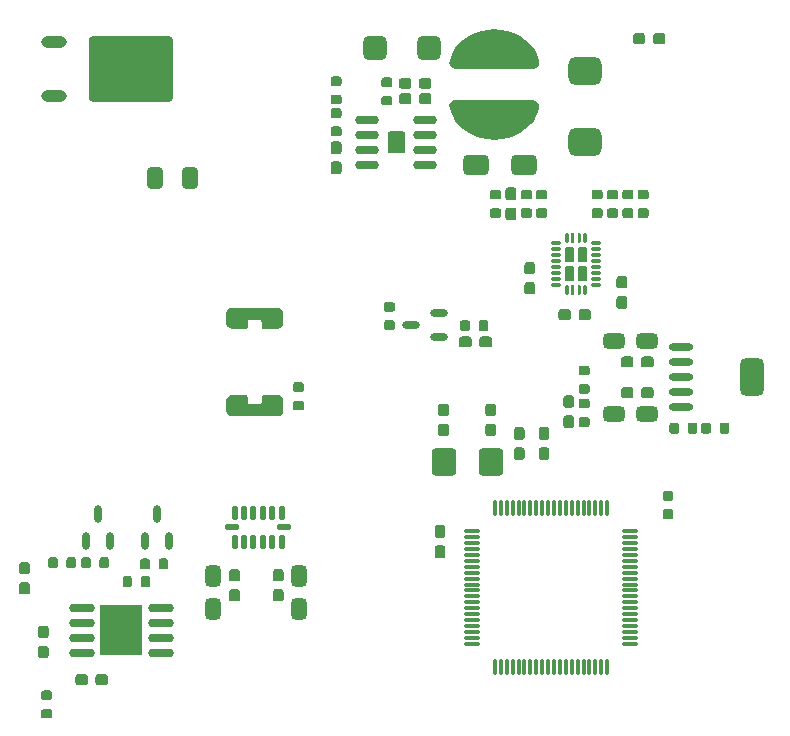
<source format=gtp>
%FSLAX24Y24*%
%MOIN*%
G70*
G01*
G75*
G04 Layer_Color=8421504*
%ADD10C,0.0098*%
%ADD11C,0.0079*%
%ADD12C,0.0472*%
G04:AMPARAMS|DCode=13|XSize=189mil|YSize=70.9mil|CornerRadius=17.7mil|HoleSize=0mil|Usage=FLASHONLY|Rotation=180.000|XOffset=0mil|YOffset=0mil|HoleType=Round|Shape=RoundedRectangle|*
%AMROUNDEDRECTD13*
21,1,0.1890,0.0354,0,0,180.0*
21,1,0.1535,0.0709,0,0,180.0*
1,1,0.0354,-0.0768,0.0177*
1,1,0.0354,0.0768,0.0177*
1,1,0.0354,0.0768,-0.0177*
1,1,0.0354,-0.0768,-0.0177*
%
%ADD13ROUNDEDRECTD13*%
G04:AMPARAMS|DCode=14|XSize=41mil|YSize=36mil|CornerRadius=1.8mil|HoleSize=0mil|Usage=FLASHONLY|Rotation=180.000|XOffset=0mil|YOffset=0mil|HoleType=Round|Shape=RoundedRectangle|*
%AMROUNDEDRECTD14*
21,1,0.0410,0.0324,0,0,180.0*
21,1,0.0374,0.0360,0,0,180.0*
1,1,0.0036,-0.0187,0.0162*
1,1,0.0036,0.0187,0.0162*
1,1,0.0036,0.0187,-0.0162*
1,1,0.0036,-0.0187,-0.0162*
%
%ADD14ROUNDEDRECTD14*%
%ADD15O,0.0281X0.0591*%
%ADD16R,0.0906X0.1220*%
%ADD17O,0.0787X0.0295*%
G04:AMPARAMS|DCode=18|XSize=28mil|YSize=35.8mil|CornerRadius=2.8mil|HoleSize=0mil|Usage=FLASHONLY|Rotation=0.000|XOffset=0mil|YOffset=0mil|HoleType=Round|Shape=RoundedRectangle|*
%AMROUNDEDRECTD18*
21,1,0.0280,0.0302,0,0,0.0*
21,1,0.0224,0.0358,0,0,0.0*
1,1,0.0056,0.0112,-0.0151*
1,1,0.0056,-0.0112,-0.0151*
1,1,0.0056,-0.0112,0.0151*
1,1,0.0056,0.0112,0.0151*
%
%ADD18ROUNDEDRECTD18*%
G04:AMPARAMS|DCode=19|XSize=41mil|YSize=36mil|CornerRadius=1.8mil|HoleSize=0mil|Usage=FLASHONLY|Rotation=270.000|XOffset=0mil|YOffset=0mil|HoleType=Round|Shape=RoundedRectangle|*
%AMROUNDEDRECTD19*
21,1,0.0410,0.0324,0,0,270.0*
21,1,0.0374,0.0360,0,0,270.0*
1,1,0.0036,-0.0162,-0.0187*
1,1,0.0036,-0.0162,0.0187*
1,1,0.0036,0.0162,0.0187*
1,1,0.0036,0.0162,-0.0187*
%
%ADD19ROUNDEDRECTD19*%
G04:AMPARAMS|DCode=20|XSize=70.9mil|YSize=51.2mil|CornerRadius=12.8mil|HoleSize=0mil|Usage=FLASHONLY|Rotation=270.000|XOffset=0mil|YOffset=0mil|HoleType=Round|Shape=RoundedRectangle|*
%AMROUNDEDRECTD20*
21,1,0.0709,0.0256,0,0,270.0*
21,1,0.0453,0.0512,0,0,270.0*
1,1,0.0256,-0.0128,-0.0226*
1,1,0.0256,-0.0128,0.0226*
1,1,0.0256,0.0128,0.0226*
1,1,0.0256,0.0128,-0.0226*
%
%ADD20ROUNDEDRECTD20*%
G04:AMPARAMS|DCode=21|XSize=55.1mil|YSize=70.9mil|CornerRadius=13.8mil|HoleSize=0mil|Usage=FLASHONLY|Rotation=0.000|XOffset=0mil|YOffset=0mil|HoleType=Round|Shape=RoundedRectangle|*
%AMROUNDEDRECTD21*
21,1,0.0551,0.0433,0,0,0.0*
21,1,0.0276,0.0709,0,0,0.0*
1,1,0.0276,0.0138,-0.0217*
1,1,0.0276,-0.0138,-0.0217*
1,1,0.0276,-0.0138,0.0217*
1,1,0.0276,0.0138,0.0217*
%
%ADD21ROUNDEDRECTD21*%
G04:AMPARAMS|DCode=22|XSize=70.9mil|YSize=51.2mil|CornerRadius=12.8mil|HoleSize=0mil|Usage=FLASHONLY|Rotation=180.000|XOffset=0mil|YOffset=0mil|HoleType=Round|Shape=RoundedRectangle|*
%AMROUNDEDRECTD22*
21,1,0.0709,0.0256,0,0,180.0*
21,1,0.0453,0.0512,0,0,180.0*
1,1,0.0256,-0.0226,0.0128*
1,1,0.0256,0.0226,0.0128*
1,1,0.0256,0.0226,-0.0128*
1,1,0.0256,-0.0226,-0.0128*
%
%ADD22ROUNDEDRECTD22*%
G04:AMPARAMS|DCode=23|XSize=94.5mil|YSize=110.2mil|CornerRadius=23.6mil|HoleSize=0mil|Usage=FLASHONLY|Rotation=270.000|XOffset=0mil|YOffset=0mil|HoleType=Round|Shape=RoundedRectangle|*
%AMROUNDEDRECTD23*
21,1,0.0945,0.0630,0,0,270.0*
21,1,0.0472,0.1102,0,0,270.0*
1,1,0.0472,-0.0315,-0.0236*
1,1,0.0472,-0.0315,0.0236*
1,1,0.0472,0.0315,0.0236*
1,1,0.0472,0.0315,-0.0236*
%
%ADD23ROUNDEDRECTD23*%
%ADD24O,0.0217X0.0492*%
%ADD25O,0.0492X0.0217*%
G04:AMPARAMS|DCode=26|XSize=126mil|YSize=80.7mil|CornerRadius=20.2mil|HoleSize=0mil|Usage=FLASHONLY|Rotation=90.000|XOffset=0mil|YOffset=0mil|HoleType=Round|Shape=RoundedRectangle|*
%AMROUNDEDRECTD26*
21,1,0.1260,0.0404,0,0,90.0*
21,1,0.0856,0.0807,0,0,90.0*
1,1,0.0404,0.0202,0.0428*
1,1,0.0404,0.0202,-0.0428*
1,1,0.0404,-0.0202,-0.0428*
1,1,0.0404,-0.0202,0.0428*
%
%ADD26ROUNDEDRECTD26*%
%ADD27O,0.0807X0.0256*%
%ADD28O,0.0335X0.0118*%
%ADD29O,0.0118X0.0335*%
%ADD30R,0.0394X0.0787*%
%ADD31O,0.0118X0.0591*%
%ADD32O,0.0591X0.0118*%
%ADD33R,0.0394X0.0394*%
G04:AMPARAMS|DCode=34|XSize=90.6mil|YSize=82.7mil|CornerRadius=12.4mil|HoleSize=0mil|Usage=FLASHONLY|Rotation=270.000|XOffset=0mil|YOffset=0mil|HoleType=Round|Shape=RoundedRectangle|*
%AMROUNDEDRECTD34*
21,1,0.0906,0.0579,0,0,270.0*
21,1,0.0657,0.0827,0,0,270.0*
1,1,0.0248,-0.0289,-0.0329*
1,1,0.0248,-0.0289,0.0329*
1,1,0.0248,0.0289,0.0329*
1,1,0.0248,0.0289,-0.0329*
%
%ADD34ROUNDEDRECTD34*%
G04:AMPARAMS|DCode=35|XSize=28mil|YSize=35.8mil|CornerRadius=2.8mil|HoleSize=0mil|Usage=FLASHONLY|Rotation=90.000|XOffset=0mil|YOffset=0mil|HoleType=Round|Shape=RoundedRectangle|*
%AMROUNDEDRECTD35*
21,1,0.0280,0.0302,0,0,90.0*
21,1,0.0224,0.0358,0,0,90.0*
1,1,0.0056,0.0151,0.0112*
1,1,0.0056,0.0151,-0.0112*
1,1,0.0056,-0.0151,-0.0112*
1,1,0.0056,-0.0151,0.0112*
%
%ADD35ROUNDEDRECTD35*%
%ADD36O,0.0591X0.0281*%
G04:AMPARAMS|DCode=37|XSize=86.6mil|YSize=68.9mil|CornerRadius=17.2mil|HoleSize=0mil|Usage=FLASHONLY|Rotation=180.000|XOffset=0mil|YOffset=0mil|HoleType=Round|Shape=RoundedRectangle|*
%AMROUNDEDRECTD37*
21,1,0.0866,0.0344,0,0,180.0*
21,1,0.0522,0.0689,0,0,180.0*
1,1,0.0344,-0.0261,0.0172*
1,1,0.0344,0.0261,0.0172*
1,1,0.0344,0.0261,-0.0172*
1,1,0.0344,-0.0261,-0.0172*
%
%ADD37ROUNDEDRECTD37*%
G04:AMPARAMS|DCode=38|XSize=82.7mil|YSize=78.7mil|CornerRadius=19.7mil|HoleSize=0mil|Usage=FLASHONLY|Rotation=90.000|XOffset=0mil|YOffset=0mil|HoleType=Round|Shape=RoundedRectangle|*
%AMROUNDEDRECTD38*
21,1,0.0827,0.0394,0,0,90.0*
21,1,0.0433,0.0787,0,0,90.0*
1,1,0.0394,0.0197,0.0217*
1,1,0.0394,0.0197,-0.0217*
1,1,0.0394,-0.0197,-0.0217*
1,1,0.0394,-0.0197,0.0217*
%
%ADD38ROUNDEDRECTD38*%
%ADD39O,0.0846X0.0394*%
G04:AMPARAMS|DCode=40|XSize=279.5mil|YSize=218.5mil|CornerRadius=10.9mil|HoleSize=0mil|Usage=FLASHONLY|Rotation=0.000|XOffset=0mil|YOffset=0mil|HoleType=Round|Shape=RoundedRectangle|*
%AMROUNDEDRECTD40*
21,1,0.2795,0.1967,0,0,0.0*
21,1,0.2577,0.2185,0,0,0.0*
1,1,0.0219,0.1288,-0.0983*
1,1,0.0219,-0.1288,-0.0983*
1,1,0.0219,-0.1288,0.0983*
1,1,0.0219,0.1288,0.0983*
%
%ADD40ROUNDEDRECTD40*%
%ADD41R,0.1417X0.1693*%
%ADD42O,0.0866X0.0295*%
%ADD43C,0.0157*%
%ADD44C,0.0197*%
%ADD45C,0.0118*%
%ADD46C,0.0394*%
%ADD47C,0.0315*%
%ADD48C,0.0276*%
%ADD49C,0.0709*%
%ADD50R,0.0709X0.0709*%
%ADD51C,0.1575*%
%ADD52C,0.3150*%
%ADD53C,0.0600*%
%ADD54R,0.0600X0.0600*%
%ADD55C,0.0630*%
%ADD56C,0.0827*%
%ADD57R,0.0827X0.0827*%
%ADD58R,0.0600X0.0600*%
%ADD59R,0.0709X0.0709*%
%ADD60C,0.0315*%
%ADD61C,0.0394*%
%ADD62C,0.0236*%
%ADD63C,0.0400*%
%ADD64C,0.0872*%
G04:AMPARAMS|DCode=65|XSize=78.74mil|YSize=78.74mil|CornerRadius=0mil|HoleSize=0mil|Usage=FLASHONLY|Rotation=0.000|XOffset=0mil|YOffset=0mil|HoleType=Round|Shape=Relief|Width=10mil|Gap=7.9mil|Entries=4|*
%AMTHD65*
7,0,0,0.0787,0.0630,0.0100,45*
%
%ADD65THD65*%
%ADD66C,0.1975*%
%ADD67C,0.2959*%
G04:AMPARAMS|DCode=68|XSize=69.496mil|YSize=69.496mil|CornerRadius=0mil|HoleSize=0mil|Usage=FLASHONLY|Rotation=0.000|XOffset=0mil|YOffset=0mil|HoleType=Round|Shape=Relief|Width=10mil|Gap=7.9mil|Entries=4|*
%AMTHD68*
7,0,0,0.0695,0.0537,0.0100,45*
%
%ADD68THD68*%
%ADD69C,0.0780*%
%ADD70C,0.0794*%
G04:AMPARAMS|DCode=71|XSize=86.614mil|YSize=86.614mil|CornerRadius=0mil|HoleSize=0mil|Usage=FLASHONLY|Rotation=0.000|XOffset=0mil|YOffset=0mil|HoleType=Round|Shape=Relief|Width=10mil|Gap=7.9mil|Entries=4|*
%AMTHD71*
7,0,0,0.0866,0.0709,0.0100,45*
%
%ADD71THD71*%
%ADD72C,0.0951*%
%ADD73C,0.0636*%
G04:AMPARAMS|DCode=74|XSize=47.244mil|YSize=47.244mil|CornerRadius=0mil|HoleSize=0mil|Usage=FLASHONLY|Rotation=0.000|XOffset=0mil|YOffset=0mil|HoleType=Round|Shape=Relief|Width=10mil|Gap=7.9mil|Entries=4|*
%AMTHD74*
7,0,0,0.0472,0.0315,0.0100,45*
%
%ADD74THD74*%
%ADD75C,0.0557*%
%ADD76C,0.0597*%
%ADD77C,0.0518*%
G04:AMPARAMS|DCode=78|XSize=43.307mil|YSize=43.307mil|CornerRadius=0mil|HoleSize=0mil|Usage=FLASHONLY|Rotation=0.000|XOffset=0mil|YOffset=0mil|HoleType=Round|Shape=Relief|Width=10mil|Gap=7.9mil|Entries=4|*
%AMTHD78*
7,0,0,0.0433,0.0276,0.0100,45*
%
%ADD78THD78*%
G04:AMPARAMS|DCode=79|XSize=51.181mil|YSize=51.181mil|CornerRadius=0mil|HoleSize=0mil|Usage=FLASHONLY|Rotation=0.000|XOffset=0mil|YOffset=0mil|HoleType=Round|Shape=Relief|Width=10mil|Gap=7.9mil|Entries=4|*
%AMTHD79*
7,0,0,0.0512,0.0354,0.0100,45*
%
%ADD79THD79*%
G04:AMPARAMS|DCode=80|XSize=78.7mil|YSize=86.6mil|CornerRadius=19.7mil|HoleSize=0mil|Usage=FLASHONLY|Rotation=0.000|XOffset=0mil|YOffset=0mil|HoleType=Round|Shape=RoundedRectangle|*
%AMROUNDEDRECTD80*
21,1,0.0787,0.0472,0,0,0.0*
21,1,0.0394,0.0866,0,0,0.0*
1,1,0.0394,0.0197,-0.0236*
1,1,0.0394,-0.0197,-0.0236*
1,1,0.0394,-0.0197,0.0236*
1,1,0.0394,0.0197,0.0236*
%
%ADD80ROUNDEDRECTD80*%
G04:AMPARAMS|DCode=81|XSize=47.2mil|YSize=74.8mil|CornerRadius=11.8mil|HoleSize=0mil|Usage=FLASHONLY|Rotation=270.000|XOffset=0mil|YOffset=0mil|HoleType=Round|Shape=RoundedRectangle|*
%AMROUNDEDRECTD81*
21,1,0.0472,0.0512,0,0,270.0*
21,1,0.0236,0.0748,0,0,270.0*
1,1,0.0236,-0.0256,-0.0118*
1,1,0.0236,-0.0256,0.0118*
1,1,0.0236,0.0256,0.0118*
1,1,0.0236,0.0256,-0.0118*
%
%ADD81ROUNDEDRECTD81*%
G04:AMPARAMS|DCode=82|XSize=47.2mil|YSize=74.8mil|CornerRadius=11.8mil|HoleSize=0mil|Usage=FLASHONLY|Rotation=180.000|XOffset=0mil|YOffset=0mil|HoleType=Round|Shape=RoundedRectangle|*
%AMROUNDEDRECTD82*
21,1,0.0472,0.0512,0,0,180.0*
21,1,0.0236,0.0748,0,0,180.0*
1,1,0.0236,-0.0118,0.0256*
1,1,0.0236,0.0118,0.0256*
1,1,0.0236,0.0118,-0.0256*
1,1,0.0236,-0.0118,-0.0256*
%
%ADD82ROUNDEDRECTD82*%
G04:AMPARAMS|DCode=83|XSize=86.6mil|YSize=68.9mil|CornerRadius=17.2mil|HoleSize=0mil|Usage=FLASHONLY|Rotation=90.000|XOffset=0mil|YOffset=0mil|HoleType=Round|Shape=RoundedRectangle|*
%AMROUNDEDRECTD83*
21,1,0.0866,0.0344,0,0,90.0*
21,1,0.0522,0.0689,0,0,90.0*
1,1,0.0344,0.0172,0.0261*
1,1,0.0344,0.0172,-0.0261*
1,1,0.0344,-0.0172,-0.0261*
1,1,0.0344,-0.0172,0.0261*
%
%ADD83ROUNDEDRECTD83*%
G04:AMPARAMS|DCode=84|XSize=51.2mil|YSize=72mil|CornerRadius=2.6mil|HoleSize=0mil|Usage=FLASHONLY|Rotation=90.000|XOffset=0mil|YOffset=0mil|HoleType=Round|Shape=RoundedRectangle|*
%AMROUNDEDRECTD84*
21,1,0.0512,0.0669,0,0,90.0*
21,1,0.0461,0.0720,0,0,90.0*
1,1,0.0051,0.0335,0.0230*
1,1,0.0051,0.0335,-0.0230*
1,1,0.0051,-0.0335,-0.0230*
1,1,0.0051,-0.0335,0.0230*
%
%ADD84ROUNDEDRECTD84*%
%ADD85O,0.0295X0.0800*%
G04:AMPARAMS|DCode=86|XSize=110.2mil|YSize=47.2mil|CornerRadius=11.8mil|HoleSize=0mil|Usage=FLASHONLY|Rotation=270.000|XOffset=0mil|YOffset=0mil|HoleType=Round|Shape=RoundedRectangle|*
%AMROUNDEDRECTD86*
21,1,0.1102,0.0236,0,0,270.0*
21,1,0.0866,0.0472,0,0,270.0*
1,1,0.0236,-0.0118,-0.0433*
1,1,0.0236,-0.0118,0.0433*
1,1,0.0236,0.0118,0.0433*
1,1,0.0236,0.0118,-0.0433*
%
%ADD86ROUNDEDRECTD86*%
%ADD87C,0.0070*%
%ADD88C,0.0100*%
%ADD89C,0.0236*%
%ADD90C,0.0071*%
%ADD91C,0.0067*%
%ADD92C,0.0050*%
G36*
X32212Y22030D02*
X32241Y22010D01*
X32261Y21980D01*
X32268Y21945D01*
Y21715D01*
X32261Y21680D01*
X32241Y21650D01*
X32212Y21631D01*
X32177Y21624D01*
X31997D01*
X31962Y21631D01*
X31932Y21650D01*
X31912Y21680D01*
X31905Y21715D01*
Y21945D01*
X31912Y21980D01*
X31932Y22010D01*
X31962Y22030D01*
X31997Y22037D01*
X32177D01*
X32212Y22030D01*
D02*
G37*
G36*
X37385Y21790D02*
X37411Y21772D01*
X37429Y21745D01*
X37435Y21714D01*
Y21514D01*
X37429Y21483D01*
X37411Y21456D01*
X37385Y21439D01*
X37353Y21433D01*
X37194D01*
X37162Y21439D01*
X37136Y21456D01*
X37118Y21483D01*
X37112Y21514D01*
Y21714D01*
X37118Y21745D01*
X37136Y21772D01*
X37162Y21790D01*
X37194Y21796D01*
X37353D01*
X37385Y21790D01*
D02*
G37*
G36*
X36775D02*
X36801Y21772D01*
X36819Y21745D01*
X36825Y21714D01*
Y21514D01*
X36819Y21483D01*
X36801Y21456D01*
X36775Y21439D01*
X36744Y21433D01*
X36583D01*
X36552Y21439D01*
X36526Y21456D01*
X36508Y21483D01*
X36502Y21514D01*
Y21714D01*
X36508Y21745D01*
X36526Y21772D01*
X36552Y21790D01*
X36583Y21796D01*
X36744D01*
X36775Y21790D01*
D02*
G37*
G36*
X29613Y22425D02*
X29643Y22405D01*
X29663Y22375D01*
X29670Y22340D01*
Y22110D01*
X29663Y22075D01*
X29643Y22045D01*
X29613Y22025D01*
X29578Y22018D01*
X29398D01*
X29363Y22025D01*
X29333Y22045D01*
X29313Y22075D01*
X29306Y22110D01*
Y22340D01*
X29313Y22375D01*
X29333Y22405D01*
X29363Y22425D01*
X29398Y22432D01*
X29578D01*
X29613Y22425D01*
D02*
G37*
G36*
X28038D02*
X28068Y22405D01*
X28088Y22375D01*
X28095Y22340D01*
Y22110D01*
X28088Y22075D01*
X28068Y22045D01*
X28038Y22025D01*
X28003Y22018D01*
X27823D01*
X27788Y22025D01*
X27759Y22045D01*
X27739Y22075D01*
X27732Y22110D01*
Y22340D01*
X27739Y22375D01*
X27759Y22405D01*
X27788Y22425D01*
X27823Y22432D01*
X28003D01*
X28038Y22425D01*
D02*
G37*
G36*
X32730Y21976D02*
X32756Y21959D01*
X32774Y21932D01*
X32780Y21901D01*
Y21741D01*
X32774Y21710D01*
X32756Y21683D01*
X32730Y21666D01*
X32698Y21659D01*
X32498D01*
X32467Y21666D01*
X32441Y21683D01*
X32423Y21710D01*
X32417Y21741D01*
Y21901D01*
X32423Y21932D01*
X32441Y21959D01*
X32467Y21976D01*
X32498Y21983D01*
X32698D01*
X32730Y21976D01*
D02*
G37*
G36*
X28038Y21755D02*
X28068Y21735D01*
X28088Y21705D01*
X28095Y21670D01*
Y21440D01*
X28088Y21405D01*
X28068Y21375D01*
X28038Y21355D01*
X28003Y21348D01*
X27823D01*
X27788Y21355D01*
X27759Y21375D01*
X27739Y21405D01*
X27732Y21440D01*
Y21670D01*
X27739Y21705D01*
X27759Y21735D01*
X27788Y21755D01*
X27823Y21762D01*
X28003D01*
X28038Y21755D01*
D02*
G37*
G36*
X31385Y21637D02*
X31415Y21617D01*
X31435Y21587D01*
X31442Y21552D01*
Y21322D01*
X31435Y21287D01*
X31415Y21257D01*
X31385Y21238D01*
X31350Y21231D01*
X31170D01*
X31135Y21238D01*
X31105Y21257D01*
X31085Y21287D01*
X31078Y21322D01*
Y21552D01*
X31085Y21587D01*
X31105Y21617D01*
X31135Y21637D01*
X31170Y21644D01*
X31350D01*
X31385Y21637D01*
D02*
G37*
G36*
X30558D02*
X30588Y21617D01*
X30608Y21587D01*
X30615Y21552D01*
Y21322D01*
X30608Y21287D01*
X30588Y21257D01*
X30558Y21238D01*
X30523Y21231D01*
X30343D01*
X30308Y21238D01*
X30278Y21257D01*
X30258Y21287D01*
X30251Y21322D01*
Y21552D01*
X30258Y21587D01*
X30278Y21617D01*
X30308Y21637D01*
X30343Y21644D01*
X30523D01*
X30558Y21637D01*
D02*
G37*
G36*
X36322Y21790D02*
X36348Y21772D01*
X36366Y21745D01*
X36372Y21714D01*
Y21514D01*
X36366Y21483D01*
X36348Y21456D01*
X36322Y21439D01*
X36291Y21433D01*
X36131D01*
X36099Y21439D01*
X36073Y21456D01*
X36055Y21483D01*
X36049Y21514D01*
Y21714D01*
X36055Y21745D01*
X36073Y21772D01*
X36099Y21790D01*
X36131Y21796D01*
X36291D01*
X36322Y21790D01*
D02*
G37*
G36*
X35712D02*
X35738Y21772D01*
X35756Y21745D01*
X35762Y21714D01*
Y21514D01*
X35756Y21483D01*
X35738Y21456D01*
X35712Y21439D01*
X35681Y21433D01*
X35521D01*
X35489Y21439D01*
X35463Y21456D01*
X35445Y21483D01*
X35439Y21514D01*
Y21714D01*
X35445Y21745D01*
X35463Y21772D01*
X35489Y21790D01*
X35521Y21796D01*
X35681D01*
X35712Y21790D01*
D02*
G37*
G36*
X29613Y21755D02*
X29643Y21735D01*
X29663Y21705D01*
X29670Y21670D01*
Y21440D01*
X29663Y21405D01*
X29643Y21375D01*
X29613Y21355D01*
X29578Y21348D01*
X29398D01*
X29363Y21355D01*
X29333Y21375D01*
X29313Y21405D01*
X29306Y21440D01*
Y21670D01*
X29313Y21705D01*
X29333Y21735D01*
X29363Y21755D01*
X29398Y21762D01*
X29578D01*
X29613Y21755D01*
D02*
G37*
G36*
X23202Y22528D02*
X23229Y22510D01*
X23246Y22483D01*
X23252Y22452D01*
Y22292D01*
X23246Y22261D01*
X23229Y22234D01*
X23202Y22217D01*
X23171Y22211D01*
X22971D01*
X22940Y22217D01*
X22913Y22234D01*
X22896Y22261D01*
X22889Y22292D01*
Y22452D01*
X22896Y22483D01*
X22913Y22510D01*
X22940Y22528D01*
X22971Y22534D01*
X23171D01*
X23202Y22528D01*
D02*
G37*
G36*
X34185Y23994D02*
X34215Y23974D01*
X34235Y23944D01*
X34242Y23909D01*
Y23729D01*
X34235Y23694D01*
X34215Y23664D01*
X34185Y23644D01*
X34150Y23637D01*
X33920D01*
X33885Y23644D01*
X33855Y23664D01*
X33835Y23694D01*
X33828Y23729D01*
Y23909D01*
X33835Y23944D01*
X33855Y23974D01*
X33885Y23994D01*
X33920Y24001D01*
X34150D01*
X34185Y23994D01*
D02*
G37*
G36*
X32730Y23689D02*
X32756Y23671D01*
X32774Y23645D01*
X32780Y23613D01*
Y23453D01*
X32774Y23422D01*
X32756Y23396D01*
X32730Y23378D01*
X32698Y23372D01*
X32498D01*
X32467Y23378D01*
X32441Y23396D01*
X32423Y23422D01*
X32417Y23453D01*
Y23613D01*
X32423Y23645D01*
X32441Y23671D01*
X32467Y23689D01*
X32498Y23695D01*
X32698D01*
X32730Y23689D01*
D02*
G37*
G36*
X23202Y23138D02*
X23229Y23120D01*
X23246Y23093D01*
X23252Y23062D01*
Y22902D01*
X23246Y22871D01*
X23229Y22844D01*
X23202Y22827D01*
X23171Y22821D01*
X22971D01*
X22940Y22827D01*
X22913Y22844D01*
X22896Y22871D01*
X22889Y22902D01*
Y23062D01*
X22896Y23093D01*
X22913Y23120D01*
X22940Y23138D01*
X22971Y23144D01*
X23171D01*
X23202Y23138D01*
D02*
G37*
G36*
X29461Y24663D02*
X29491Y24643D01*
X29511Y24613D01*
X29518Y24578D01*
Y24398D01*
X29511Y24363D01*
X29491Y24333D01*
X29461Y24313D01*
X29426Y24306D01*
X29196D01*
X29161Y24313D01*
X29131Y24333D01*
X29112Y24363D01*
X29105Y24398D01*
Y24578D01*
X29112Y24613D01*
X29131Y24643D01*
X29161Y24663D01*
X29196Y24670D01*
X29426D01*
X29461Y24663D01*
D02*
G37*
G36*
X28791D02*
X28821Y24643D01*
X28841Y24613D01*
X28848Y24578D01*
Y24398D01*
X28841Y24363D01*
X28821Y24333D01*
X28791Y24313D01*
X28756Y24306D01*
X28526D01*
X28491Y24313D01*
X28461Y24333D01*
X28442Y24363D01*
X28435Y24398D01*
Y24578D01*
X28442Y24613D01*
X28461Y24643D01*
X28491Y24663D01*
X28526Y24670D01*
X28756D01*
X28791Y24663D01*
D02*
G37*
G36*
X34855Y23994D02*
X34885Y23974D01*
X34905Y23944D01*
X34912Y23909D01*
Y23729D01*
X34905Y23694D01*
X34885Y23664D01*
X34855Y23644D01*
X34820Y23637D01*
X34590D01*
X34555Y23644D01*
X34525Y23664D01*
X34505Y23694D01*
X34498Y23729D01*
Y23909D01*
X34505Y23944D01*
X34525Y23974D01*
X34555Y23994D01*
X34590Y24001D01*
X34820D01*
X34855Y23994D01*
D02*
G37*
G36*
X22450Y22703D02*
X22507Y22665D01*
X22546Y22607D01*
X22559Y22539D01*
Y22185D01*
X22546Y22117D01*
X22507Y22060D01*
X22450Y22021D01*
X22382Y22008D01*
X20846D01*
X20779Y22021D01*
X20721Y22060D01*
X20683Y22117D01*
X20669Y22185D01*
Y22539D01*
X20683Y22607D01*
X20721Y22665D01*
X20779Y22703D01*
X20846Y22717D01*
X21319D01*
X21348Y22709D01*
X21370Y22687D01*
X21378Y22657D01*
Y22480D01*
X21386Y22451D01*
X21407Y22429D01*
X21437Y22421D01*
X21791D01*
X21821Y22429D01*
X21842Y22451D01*
X21850Y22480D01*
Y22657D01*
X21858Y22687D01*
X21880Y22709D01*
X21909Y22717D01*
X22382D01*
X22450Y22703D01*
D02*
G37*
G36*
X32212Y22700D02*
X32241Y22680D01*
X32261Y22650D01*
X32268Y22615D01*
Y22385D01*
X32261Y22350D01*
X32241Y22320D01*
X32212Y22301D01*
X32177Y22294D01*
X31997D01*
X31962Y22301D01*
X31932Y22320D01*
X31912Y22350D01*
X31905Y22385D01*
Y22615D01*
X31912Y22650D01*
X31932Y22680D01*
X31962Y22700D01*
X31997Y22707D01*
X32177D01*
X32212Y22700D01*
D02*
G37*
G36*
X32730Y22586D02*
X32756Y22569D01*
X32774Y22542D01*
X32780Y22511D01*
Y22351D01*
X32774Y22320D01*
X32756Y22293D01*
X32730Y22276D01*
X32698Y22269D01*
X32498D01*
X32467Y22276D01*
X32441Y22293D01*
X32423Y22320D01*
X32417Y22351D01*
Y22511D01*
X32423Y22542D01*
X32441Y22569D01*
X32467Y22586D01*
X32498Y22593D01*
X32698D01*
X32730Y22586D01*
D02*
G37*
G36*
X32730Y23079D02*
X32756Y23061D01*
X32774Y23035D01*
X32780Y23003D01*
Y22843D01*
X32774Y22812D01*
X32756Y22786D01*
X32730Y22768D01*
X32698Y22762D01*
X32498D01*
X32467Y22768D01*
X32441Y22786D01*
X32423Y22812D01*
X32417Y22843D01*
Y23003D01*
X32423Y23035D01*
X32441Y23061D01*
X32467Y23079D01*
X32498Y23085D01*
X32698D01*
X32730Y23079D01*
D02*
G37*
G36*
X34855Y22970D02*
X34885Y22950D01*
X34905Y22920D01*
X34912Y22885D01*
Y22705D01*
X34905Y22670D01*
X34885Y22640D01*
X34855Y22620D01*
X34820Y22614D01*
X34590D01*
X34555Y22620D01*
X34525Y22640D01*
X34505Y22670D01*
X34498Y22705D01*
Y22885D01*
X34505Y22920D01*
X34525Y22950D01*
X34555Y22970D01*
X34590Y22977D01*
X34820D01*
X34855Y22970D01*
D02*
G37*
G36*
X34185D02*
X34215Y22950D01*
X34235Y22920D01*
X34242Y22885D01*
Y22705D01*
X34235Y22670D01*
X34215Y22640D01*
X34185Y22620D01*
X34150Y22614D01*
X33920D01*
X33885Y22620D01*
X33855Y22640D01*
X33835Y22670D01*
X33828Y22705D01*
Y22885D01*
X33835Y22920D01*
X33855Y22950D01*
X33885Y22970D01*
X33920Y22977D01*
X34150D01*
X34185Y22970D01*
D02*
G37*
G36*
X31385Y20967D02*
X31415Y20947D01*
X31435Y20917D01*
X31442Y20882D01*
Y20652D01*
X31435Y20617D01*
X31415Y20587D01*
X31385Y20568D01*
X31350Y20561D01*
X31170D01*
X31135Y20568D01*
X31105Y20587D01*
X31085Y20617D01*
X31078Y20652D01*
Y20882D01*
X31085Y20917D01*
X31105Y20947D01*
X31135Y20967D01*
X31170Y20974D01*
X31350D01*
X31385Y20967D01*
D02*
G37*
G36*
X14062Y16479D02*
X14092Y16459D01*
X14112Y16429D01*
X14119Y16394D01*
Y16164D01*
X14112Y16129D01*
X14092Y16099D01*
X14062Y16079D01*
X14027Y16072D01*
X13847D01*
X13812Y16079D01*
X13782Y16099D01*
X13762Y16129D01*
X13755Y16164D01*
Y16394D01*
X13762Y16429D01*
X13782Y16459D01*
X13812Y16479D01*
X13847Y16486D01*
X14027D01*
X14062Y16479D01*
D02*
G37*
G36*
X22527Y16243D02*
X22556Y16223D01*
X22576Y16193D01*
X22583Y16158D01*
Y15928D01*
X22576Y15893D01*
X22556Y15863D01*
X22527Y15843D01*
X22492Y15836D01*
X22312D01*
X22276Y15843D01*
X22247Y15863D01*
X22227Y15893D01*
X22220Y15928D01*
Y16158D01*
X22227Y16193D01*
X22247Y16223D01*
X22276Y16243D01*
X22312Y16250D01*
X22492D01*
X22527Y16243D01*
D02*
G37*
G36*
X21070D02*
X21100Y16223D01*
X21120Y16193D01*
X21127Y16158D01*
Y15928D01*
X21120Y15893D01*
X21100Y15863D01*
X21070Y15843D01*
X21035Y15836D01*
X20855D01*
X20820Y15843D01*
X20790Y15863D01*
X20770Y15893D01*
X20763Y15928D01*
Y16158D01*
X20770Y16193D01*
X20790Y16223D01*
X20820Y16243D01*
X20855Y16250D01*
X21035D01*
X21070Y16243D01*
D02*
G37*
G36*
Y16913D02*
X21100Y16893D01*
X21120Y16863D01*
X21127Y16828D01*
Y16598D01*
X21120Y16563D01*
X21100Y16533D01*
X21070Y16513D01*
X21035Y16506D01*
X20855D01*
X20820Y16513D01*
X20790Y16533D01*
X20770Y16563D01*
X20763Y16598D01*
Y16828D01*
X20770Y16863D01*
X20790Y16893D01*
X20820Y16913D01*
X20855Y16920D01*
X21035D01*
X21070Y16913D01*
D02*
G37*
G36*
X18093Y16671D02*
X18120Y16654D01*
X18138Y16627D01*
X18144Y16596D01*
Y16396D01*
X18138Y16365D01*
X18120Y16338D01*
X18093Y16321D01*
X18062Y16315D01*
X17902D01*
X17871Y16321D01*
X17844Y16338D01*
X17827Y16365D01*
X17821Y16396D01*
Y16596D01*
X17827Y16627D01*
X17844Y16654D01*
X17871Y16671D01*
X17902Y16678D01*
X18062D01*
X18093Y16671D01*
D02*
G37*
G36*
X17483D02*
X17510Y16654D01*
X17528Y16627D01*
X17534Y16596D01*
Y16396D01*
X17528Y16365D01*
X17510Y16338D01*
X17483Y16321D01*
X17452Y16315D01*
X17292D01*
X17261Y16321D01*
X17234Y16338D01*
X17217Y16365D01*
X17211Y16396D01*
Y16596D01*
X17217Y16627D01*
X17234Y16654D01*
X17261Y16671D01*
X17292Y16678D01*
X17452D01*
X17483Y16671D01*
D02*
G37*
G36*
X15996Y13403D02*
X16026Y13383D01*
X16046Y13353D01*
X16053Y13318D01*
Y13138D01*
X16046Y13103D01*
X16026Y13073D01*
X15996Y13054D01*
X15961Y13047D01*
X15731D01*
X15696Y13054D01*
X15666Y13073D01*
X15646Y13103D01*
X15639Y13138D01*
Y13318D01*
X15646Y13353D01*
X15666Y13383D01*
X15696Y13403D01*
X15731Y13410D01*
X15961D01*
X15996Y13403D01*
D02*
G37*
G36*
X14816Y12862D02*
X14843Y12844D01*
X14860Y12818D01*
X14867Y12787D01*
Y12627D01*
X14860Y12595D01*
X14843Y12569D01*
X14816Y12551D01*
X14785Y12545D01*
X14585D01*
X14554Y12551D01*
X14527Y12569D01*
X14510Y12595D01*
X14503Y12627D01*
Y12787D01*
X14510Y12818D01*
X14527Y12844D01*
X14554Y12862D01*
X14585Y12868D01*
X14785D01*
X14816Y12862D01*
D02*
G37*
G36*
Y12252D02*
X14843Y12234D01*
X14860Y12208D01*
X14867Y12177D01*
Y12017D01*
X14860Y11985D01*
X14843Y11959D01*
X14816Y11941D01*
X14785Y11935D01*
X14585D01*
X14554Y11941D01*
X14527Y11959D01*
X14510Y11985D01*
X14503Y12017D01*
Y12177D01*
X14510Y12208D01*
X14527Y12234D01*
X14554Y12252D01*
X14585Y12258D01*
X14785D01*
X14816Y12252D01*
D02*
G37*
G36*
X14692Y15023D02*
X14722Y15003D01*
X14742Y14973D01*
X14749Y14938D01*
Y14708D01*
X14742Y14673D01*
X14722Y14643D01*
X14692Y14623D01*
X14657Y14616D01*
X14477D01*
X14442Y14623D01*
X14412Y14643D01*
X14392Y14673D01*
X14385Y14708D01*
Y14938D01*
X14392Y14973D01*
X14412Y15003D01*
X14442Y15023D01*
X14477Y15030D01*
X14657D01*
X14692Y15023D01*
D02*
G37*
G36*
Y14353D02*
X14722Y14333D01*
X14742Y14303D01*
X14749Y14268D01*
Y14038D01*
X14742Y14003D01*
X14722Y13973D01*
X14692Y13953D01*
X14657Y13946D01*
X14477D01*
X14442Y13953D01*
X14412Y13973D01*
X14392Y14003D01*
X14385Y14038D01*
Y14268D01*
X14392Y14303D01*
X14412Y14333D01*
X14442Y14353D01*
X14477Y14360D01*
X14657D01*
X14692Y14353D01*
D02*
G37*
G36*
X16666Y13403D02*
X16696Y13383D01*
X16716Y13353D01*
X16723Y13318D01*
Y13138D01*
X16716Y13103D01*
X16696Y13073D01*
X16666Y13054D01*
X16631Y13047D01*
X16401D01*
X16366Y13054D01*
X16336Y13073D01*
X16316Y13103D01*
X16309Y13138D01*
Y13318D01*
X16316Y13353D01*
X16336Y13383D01*
X16366Y13403D01*
X16401Y13410D01*
X16631D01*
X16666Y13403D01*
D02*
G37*
G36*
X22527Y16913D02*
X22556Y16893D01*
X22576Y16863D01*
X22583Y16828D01*
Y16598D01*
X22576Y16563D01*
X22556Y16533D01*
X22527Y16513D01*
X22492Y16506D01*
X22312D01*
X22276Y16513D01*
X22247Y16533D01*
X22227Y16563D01*
X22220Y16598D01*
Y16828D01*
X22227Y16863D01*
X22247Y16893D01*
X22276Y16913D01*
X22312Y16920D01*
X22492D01*
X22527Y16913D01*
D02*
G37*
G36*
X27920Y18369D02*
X27950Y18350D01*
X27970Y18320D01*
X27977Y18285D01*
Y18055D01*
X27970Y18020D01*
X27950Y17990D01*
X27920Y17970D01*
X27885Y17963D01*
X27705D01*
X27670Y17970D01*
X27640Y17990D01*
X27620Y18020D01*
X27614Y18055D01*
Y18285D01*
X27620Y18320D01*
X27640Y18350D01*
X27670Y18369D01*
X27705Y18376D01*
X27885D01*
X27920Y18369D01*
D02*
G37*
G36*
Y17699D02*
X27950Y17680D01*
X27970Y17650D01*
X27977Y17615D01*
Y17385D01*
X27970Y17350D01*
X27950Y17320D01*
X27920Y17300D01*
X27885Y17293D01*
X27705D01*
X27670Y17300D01*
X27640Y17320D01*
X27620Y17350D01*
X27614Y17385D01*
Y17615D01*
X27620Y17650D01*
X27640Y17680D01*
X27670Y17699D01*
X27705Y17706D01*
X27885D01*
X27920Y17699D01*
D02*
G37*
G36*
X16715Y17301D02*
X16742Y17284D01*
X16760Y17257D01*
X16766Y17226D01*
Y17026D01*
X16760Y16995D01*
X16742Y16968D01*
X16715Y16951D01*
X16684Y16944D01*
X16524D01*
X16493Y16951D01*
X16467Y16968D01*
X16449Y16995D01*
X16443Y17026D01*
Y17226D01*
X16449Y17257D01*
X16467Y17284D01*
X16493Y17301D01*
X16524Y17308D01*
X16684D01*
X16715Y17301D01*
D02*
G37*
G36*
X30558Y20967D02*
X30588Y20947D01*
X30608Y20917D01*
X30615Y20882D01*
Y20652D01*
X30608Y20617D01*
X30588Y20587D01*
X30558Y20568D01*
X30523Y20561D01*
X30343D01*
X30308Y20568D01*
X30278Y20587D01*
X30258Y20617D01*
X30251Y20652D01*
Y20882D01*
X30258Y20917D01*
X30278Y20947D01*
X30308Y20967D01*
X30343Y20974D01*
X30523D01*
X30558Y20967D01*
D02*
G37*
G36*
X35525Y19515D02*
X35551Y19498D01*
X35569Y19471D01*
X35575Y19440D01*
Y19280D01*
X35569Y19249D01*
X35551Y19222D01*
X35525Y19205D01*
X35494Y19199D01*
X35294D01*
X35262Y19205D01*
X35236Y19222D01*
X35218Y19249D01*
X35212Y19280D01*
Y19440D01*
X35218Y19471D01*
X35236Y19498D01*
X35262Y19515D01*
X35294Y19522D01*
X35494D01*
X35525Y19515D01*
D02*
G37*
G36*
Y18905D02*
X35551Y18888D01*
X35569Y18861D01*
X35575Y18830D01*
Y18670D01*
X35569Y18639D01*
X35551Y18612D01*
X35525Y18595D01*
X35494Y18589D01*
X35294D01*
X35262Y18595D01*
X35236Y18612D01*
X35218Y18639D01*
X35212Y18670D01*
Y18830D01*
X35218Y18861D01*
X35236Y18888D01*
X35262Y18905D01*
X35294Y18912D01*
X35494D01*
X35525Y18905D01*
D02*
G37*
G36*
X18684Y17262D02*
X18710Y17244D01*
X18728Y17218D01*
X18734Y17187D01*
Y16987D01*
X18728Y16955D01*
X18710Y16929D01*
X18684Y16911D01*
X18653Y16905D01*
X18493D01*
X18462Y16911D01*
X18435Y16929D01*
X18417Y16955D01*
X18411Y16987D01*
Y17187D01*
X18417Y17218D01*
X18435Y17244D01*
X18462Y17262D01*
X18493Y17268D01*
X18653D01*
X18684Y17262D01*
D02*
G37*
G36*
X18074D02*
X18100Y17244D01*
X18118Y17218D01*
X18124Y17187D01*
Y16987D01*
X18118Y16955D01*
X18100Y16929D01*
X18074Y16911D01*
X18043Y16905D01*
X17883D01*
X17852Y16911D01*
X17825Y16929D01*
X17807Y16955D01*
X17801Y16987D01*
Y17187D01*
X17807Y17218D01*
X17825Y17244D01*
X17852Y17262D01*
X17883Y17268D01*
X18043D01*
X18074Y17262D01*
D02*
G37*
G36*
X14062Y17149D02*
X14092Y17129D01*
X14112Y17099D01*
X14119Y17064D01*
Y16834D01*
X14112Y16799D01*
X14092Y16769D01*
X14062Y16749D01*
X14027Y16742D01*
X13847D01*
X13812Y16749D01*
X13782Y16769D01*
X13762Y16799D01*
X13755Y16834D01*
Y17064D01*
X13762Y17099D01*
X13782Y17129D01*
X13812Y17149D01*
X13847Y17156D01*
X14027D01*
X14062Y17149D01*
D02*
G37*
G36*
X16105Y17301D02*
X16132Y17284D01*
X16150Y17257D01*
X16156Y17226D01*
Y17026D01*
X16150Y16995D01*
X16132Y16968D01*
X16105Y16951D01*
X16074Y16944D01*
X15914D01*
X15883Y16951D01*
X15857Y16968D01*
X15839Y16995D01*
X15833Y17026D01*
Y17226D01*
X15839Y17257D01*
X15857Y17284D01*
X15883Y17301D01*
X15914Y17308D01*
X16074D01*
X16105Y17301D01*
D02*
G37*
G36*
X15613D02*
X15640Y17284D01*
X15657Y17257D01*
X15663Y17226D01*
Y17026D01*
X15657Y16995D01*
X15640Y16968D01*
X15613Y16951D01*
X15582Y16944D01*
X15422D01*
X15391Y16951D01*
X15364Y16968D01*
X15346Y16995D01*
X15340Y17026D01*
Y17226D01*
X15346Y17257D01*
X15364Y17284D01*
X15391Y17301D01*
X15422Y17308D01*
X15582D01*
X15613Y17301D01*
D02*
G37*
G36*
X15003D02*
X15030Y17284D01*
X15047Y17257D01*
X15053Y17226D01*
Y17026D01*
X15047Y16995D01*
X15030Y16968D01*
X15003Y16951D01*
X14972Y16944D01*
X14812D01*
X14781Y16951D01*
X14754Y16968D01*
X14736Y16995D01*
X14730Y17026D01*
Y17226D01*
X14736Y17257D01*
X14754Y17284D01*
X14781Y17301D01*
X14812Y17308D01*
X14972D01*
X15003Y17301D01*
D02*
G37*
G36*
X28743Y25215D02*
X28770Y25197D01*
X28787Y25171D01*
X28794Y25139D01*
Y24939D01*
X28787Y24908D01*
X28770Y24882D01*
X28743Y24864D01*
X28712Y24858D01*
X28552D01*
X28521Y24864D01*
X28494Y24882D01*
X28477Y24908D01*
X28470Y24939D01*
Y25139D01*
X28477Y25171D01*
X28494Y25197D01*
X28521Y25215D01*
X28552Y25221D01*
X28712D01*
X28743Y25215D01*
D02*
G37*
G36*
X24456Y30495D02*
X24486Y30475D01*
X24505Y30445D01*
X24512Y30410D01*
Y30180D01*
X24505Y30145D01*
X24486Y30115D01*
X24456Y30095D01*
X24421Y30088D01*
X24241D01*
X24206Y30095D01*
X24176Y30115D01*
X24156Y30145D01*
X24149Y30180D01*
Y30410D01*
X24156Y30445D01*
X24176Y30475D01*
X24206Y30495D01*
X24241Y30502D01*
X24421D01*
X24456Y30495D01*
D02*
G37*
G36*
X34698Y29555D02*
X34725Y29537D01*
X34742Y29511D01*
X34748Y29479D01*
Y29319D01*
X34742Y29288D01*
X34725Y29262D01*
X34698Y29244D01*
X34667Y29238D01*
X34467D01*
X34436Y29244D01*
X34409Y29262D01*
X34392Y29288D01*
X34385Y29319D01*
Y29479D01*
X34392Y29511D01*
X34409Y29537D01*
X34436Y29555D01*
X34467Y29561D01*
X34667D01*
X34698Y29555D01*
D02*
G37*
G36*
X34186D02*
X34213Y29537D01*
X34230Y29511D01*
X34237Y29479D01*
Y29319D01*
X34230Y29288D01*
X34213Y29262D01*
X34186Y29244D01*
X34155Y29238D01*
X33955D01*
X33924Y29244D01*
X33897Y29262D01*
X33880Y29288D01*
X33874Y29319D01*
Y29479D01*
X33880Y29511D01*
X33897Y29537D01*
X33924Y29555D01*
X33955Y29561D01*
X34155D01*
X34186Y29555D01*
D02*
G37*
G36*
X30979Y32534D02*
X31043Y32494D01*
X31088Y32433D01*
X31108Y32360D01*
X31099Y32285D01*
X31058Y32155D01*
X30998Y32005D01*
X30914Y31865D01*
X30811Y31740D01*
X30806Y31735D01*
X30640Y31586D01*
X30457Y31460D01*
X30258Y31360D01*
X30047Y31288D01*
X29829Y31243D01*
X29606Y31228D01*
X29384Y31243D01*
X29166Y31288D01*
X28955Y31360D01*
X28756Y31460D01*
X28572Y31586D01*
X28407Y31735D01*
X28404Y31738D01*
X28299Y31864D01*
X28215Y32006D01*
X28153Y32158D01*
X28111Y32292D01*
X28103Y32365D01*
X28122Y32436D01*
X28165Y32496D01*
X28227Y32535D01*
X28299Y32548D01*
X30905D01*
X30979Y32534D01*
D02*
G37*
G36*
X26585Y31498D02*
X26612Y31470D01*
X26622Y31433D01*
Y30850D01*
X26612Y30813D01*
X26585Y30786D01*
X26547Y30776D01*
X26130D01*
X26093Y30786D01*
X26065Y30813D01*
X26055Y30850D01*
Y31433D01*
X26065Y31470D01*
X26093Y31498D01*
X26130Y31508D01*
X26547D01*
X26585Y31498D01*
D02*
G37*
G36*
X24456Y31165D02*
X24486Y31145D01*
X24505Y31115D01*
X24512Y31080D01*
Y30850D01*
X24505Y30815D01*
X24486Y30785D01*
X24456Y30765D01*
X24421Y30758D01*
X24241D01*
X24206Y30765D01*
X24176Y30785D01*
X24156Y30815D01*
X24149Y30850D01*
Y31080D01*
X24156Y31115D01*
X24176Y31145D01*
X24206Y31165D01*
X24241Y31172D01*
X24421D01*
X24456Y31165D01*
D02*
G37*
G36*
X30801Y29555D02*
X30827Y29537D01*
X30845Y29511D01*
X30851Y29479D01*
Y29319D01*
X30845Y29288D01*
X30827Y29262D01*
X30801Y29244D01*
X30769Y29238D01*
X30569D01*
X30538Y29244D01*
X30512Y29262D01*
X30494Y29288D01*
X30488Y29319D01*
Y29479D01*
X30494Y29511D01*
X30512Y29537D01*
X30538Y29555D01*
X30569Y29561D01*
X30769D01*
X30801Y29555D01*
D02*
G37*
G36*
X29777D02*
X29803Y29537D01*
X29821Y29511D01*
X29827Y29479D01*
Y29319D01*
X29821Y29288D01*
X29803Y29262D01*
X29777Y29244D01*
X29746Y29238D01*
X29546D01*
X29514Y29244D01*
X29488Y29262D01*
X29470Y29288D01*
X29464Y29319D01*
Y29479D01*
X29470Y29511D01*
X29488Y29537D01*
X29514Y29555D01*
X29546Y29561D01*
X29746D01*
X29777Y29555D01*
D02*
G37*
G36*
X30283Y29629D02*
X30312Y29609D01*
X30332Y29580D01*
X30339Y29544D01*
Y29314D01*
X30332Y29279D01*
X30312Y29250D01*
X30283Y29230D01*
X30247Y29223D01*
X30067D01*
X30032Y29230D01*
X30003Y29250D01*
X29983Y29279D01*
X29976Y29314D01*
Y29544D01*
X29983Y29580D01*
X30003Y29609D01*
X30032Y29629D01*
X30067Y29636D01*
X30247D01*
X30283Y29629D01*
D02*
G37*
G36*
X33675Y29555D02*
X33701Y29537D01*
X33719Y29511D01*
X33725Y29479D01*
Y29319D01*
X33719Y29288D01*
X33701Y29262D01*
X33675Y29244D01*
X33643Y29238D01*
X33443D01*
X33412Y29244D01*
X33386Y29262D01*
X33368Y29288D01*
X33362Y29319D01*
Y29479D01*
X33368Y29511D01*
X33386Y29537D01*
X33412Y29555D01*
X33443Y29561D01*
X33643D01*
X33675Y29555D01*
D02*
G37*
G36*
X33163D02*
X33189Y29537D01*
X33207Y29511D01*
X33213Y29479D01*
Y29319D01*
X33207Y29288D01*
X33189Y29262D01*
X33163Y29244D01*
X33131Y29238D01*
X32931D01*
X32900Y29244D01*
X32874Y29262D01*
X32856Y29288D01*
X32850Y29319D01*
Y29479D01*
X32856Y29511D01*
X32874Y29537D01*
X32900Y29555D01*
X32931Y29561D01*
X33131D01*
X33163Y29555D01*
D02*
G37*
G36*
X31312D02*
X31339Y29537D01*
X31356Y29511D01*
X31363Y29479D01*
Y29319D01*
X31356Y29288D01*
X31339Y29262D01*
X31312Y29244D01*
X31281Y29238D01*
X31081D01*
X31050Y29244D01*
X31023Y29262D01*
X31006Y29288D01*
X31000Y29319D01*
Y29479D01*
X31006Y29511D01*
X31023Y29537D01*
X31050Y29555D01*
X31081Y29561D01*
X31281D01*
X31312Y29555D01*
D02*
G37*
G36*
X24462Y31661D02*
X24488Y31644D01*
X24506Y31617D01*
X24512Y31586D01*
Y31426D01*
X24506Y31395D01*
X24488Y31368D01*
X24462Y31351D01*
X24431Y31344D01*
X24231D01*
X24200Y31351D01*
X24173Y31368D01*
X24155Y31395D01*
X24149Y31426D01*
Y31586D01*
X24155Y31617D01*
X24173Y31644D01*
X24200Y31661D01*
X24231Y31668D01*
X24431D01*
X24462Y31661D01*
D02*
G37*
G36*
Y33334D02*
X24488Y33317D01*
X24506Y33290D01*
X24512Y33259D01*
Y33099D01*
X24506Y33068D01*
X24488Y33041D01*
X24462Y33024D01*
X24431Y33017D01*
X24231D01*
X24200Y33024D01*
X24173Y33041D01*
X24155Y33068D01*
X24149Y33099D01*
Y33259D01*
X24155Y33290D01*
X24173Y33317D01*
X24200Y33334D01*
X24231Y33341D01*
X24431D01*
X24462Y33334D01*
D02*
G37*
G36*
X26155Y33295D02*
X26181Y33277D01*
X26199Y33251D01*
X26205Y33220D01*
Y33060D01*
X26199Y33028D01*
X26181Y33002D01*
X26155Y32984D01*
X26124Y32978D01*
X25924D01*
X25892Y32984D01*
X25866Y33002D01*
X25848Y33028D01*
X25842Y33060D01*
Y33220D01*
X25848Y33251D01*
X25866Y33277D01*
X25892Y33295D01*
X25924Y33301D01*
X26124D01*
X26155Y33295D01*
D02*
G37*
G36*
X27454Y33285D02*
X27483Y33265D01*
X27503Y33235D01*
X27510Y33200D01*
Y33020D01*
X27503Y32985D01*
X27483Y32955D01*
X27454Y32935D01*
X27418Y32928D01*
X27188D01*
X27153Y32935D01*
X27124Y32955D01*
X27104Y32985D01*
X27097Y33020D01*
Y33200D01*
X27104Y33235D01*
X27124Y33265D01*
X27153Y33285D01*
X27188Y33292D01*
X27418D01*
X27454Y33285D01*
D02*
G37*
G36*
X35249Y34781D02*
X35279Y34761D01*
X35299Y34731D01*
X35306Y34696D01*
Y34516D01*
X35299Y34481D01*
X35279Y34451D01*
X35249Y34432D01*
X35214Y34425D01*
X34984D01*
X34949Y34432D01*
X34919Y34451D01*
X34899Y34481D01*
X34892Y34516D01*
Y34696D01*
X34899Y34731D01*
X34919Y34761D01*
X34949Y34781D01*
X34984Y34788D01*
X35214D01*
X35249Y34781D01*
D02*
G37*
G36*
X34579D02*
X34609Y34761D01*
X34629Y34731D01*
X34636Y34696D01*
Y34516D01*
X34629Y34481D01*
X34609Y34451D01*
X34579Y34432D01*
X34544Y34425D01*
X34314D01*
X34279Y34432D01*
X34249Y34451D01*
X34229Y34481D01*
X34222Y34516D01*
Y34696D01*
X34229Y34731D01*
X34249Y34761D01*
X34279Y34781D01*
X34314Y34788D01*
X34544D01*
X34579Y34781D01*
D02*
G37*
G36*
X29829Y34898D02*
X30047Y34854D01*
X30258Y34781D01*
X30457Y34681D01*
X30640Y34556D01*
X30806Y34406D01*
X30808Y34404D01*
X30914Y34278D01*
X30998Y34136D01*
X31059Y33983D01*
X31101Y33849D01*
X31110Y33776D01*
X31091Y33705D01*
X31047Y33646D01*
X30985Y33607D01*
X30913Y33593D01*
X28307D01*
X28233Y33607D01*
X28169Y33648D01*
X28124Y33709D01*
X28105Y33782D01*
X28114Y33857D01*
X28154Y33986D01*
X28215Y34137D01*
X28298Y34277D01*
X28402Y34402D01*
X28407Y34406D01*
X28572Y34556D01*
X28756Y34681D01*
X28955Y34781D01*
X29166Y34854D01*
X29384Y34898D01*
X29606Y34913D01*
X29829Y34898D01*
D02*
G37*
G36*
X24462Y32724D02*
X24488Y32707D01*
X24506Y32680D01*
X24512Y32649D01*
Y32489D01*
X24506Y32458D01*
X24488Y32431D01*
X24462Y32414D01*
X24431Y32407D01*
X24231D01*
X24200Y32414D01*
X24173Y32431D01*
X24155Y32458D01*
X24149Y32489D01*
Y32649D01*
X24155Y32680D01*
X24173Y32707D01*
X24200Y32724D01*
X24231Y32731D01*
X24431D01*
X24462Y32724D01*
D02*
G37*
G36*
X26155Y32685D02*
X26181Y32667D01*
X26199Y32641D01*
X26205Y32610D01*
Y32450D01*
X26199Y32418D01*
X26181Y32392D01*
X26155Y32374D01*
X26124Y32368D01*
X25924D01*
X25892Y32374D01*
X25866Y32392D01*
X25848Y32418D01*
X25842Y32450D01*
Y32610D01*
X25848Y32641D01*
X25866Y32667D01*
X25892Y32685D01*
X25924Y32691D01*
X26124D01*
X26155Y32685D01*
D02*
G37*
G36*
X24462Y32271D02*
X24488Y32254D01*
X24506Y32227D01*
X24512Y32196D01*
Y32036D01*
X24506Y32005D01*
X24488Y31978D01*
X24462Y31961D01*
X24431Y31954D01*
X24231D01*
X24200Y31961D01*
X24173Y31978D01*
X24155Y32005D01*
X24149Y32036D01*
Y32196D01*
X24155Y32227D01*
X24173Y32254D01*
X24200Y32271D01*
X24231Y32278D01*
X24431D01*
X24462Y32271D01*
D02*
G37*
G36*
X26784Y33285D02*
X26813Y33265D01*
X26833Y33235D01*
X26840Y33200D01*
Y33020D01*
X26833Y32985D01*
X26813Y32955D01*
X26784Y32935D01*
X26748Y32928D01*
X26518D01*
X26483Y32935D01*
X26454Y32955D01*
X26434Y32985D01*
X26427Y33020D01*
Y33200D01*
X26434Y33235D01*
X26454Y33265D01*
X26483Y33285D01*
X26518Y33292D01*
X26748D01*
X26784Y33285D01*
D02*
G37*
G36*
X27454Y32773D02*
X27483Y32753D01*
X27503Y32724D01*
X27510Y32688D01*
Y32508D01*
X27503Y32473D01*
X27483Y32444D01*
X27454Y32424D01*
X27418Y32417D01*
X27188D01*
X27153Y32424D01*
X27124Y32444D01*
X27104Y32473D01*
X27097Y32508D01*
Y32688D01*
X27104Y32724D01*
X27124Y32753D01*
X27153Y32773D01*
X27188Y32780D01*
X27418D01*
X27454Y32773D01*
D02*
G37*
G36*
X26784D02*
X26813Y32753D01*
X26833Y32724D01*
X26840Y32688D01*
Y32508D01*
X26833Y32473D01*
X26813Y32444D01*
X26784Y32424D01*
X26748Y32417D01*
X26518D01*
X26483Y32424D01*
X26454Y32444D01*
X26434Y32473D01*
X26427Y32508D01*
Y32688D01*
X26434Y32724D01*
X26454Y32753D01*
X26483Y32773D01*
X26518Y32780D01*
X26748D01*
X26784Y32773D01*
D02*
G37*
G36*
X34698Y28945D02*
X34725Y28927D01*
X34742Y28901D01*
X34748Y28869D01*
Y28709D01*
X34742Y28678D01*
X34725Y28652D01*
X34698Y28634D01*
X34667Y28628D01*
X34467D01*
X34436Y28634D01*
X34409Y28652D01*
X34392Y28678D01*
X34385Y28709D01*
Y28869D01*
X34392Y28901D01*
X34409Y28927D01*
X34436Y28945D01*
X34467Y28951D01*
X34667D01*
X34698Y28945D01*
D02*
G37*
G36*
X32469Y26376D02*
X32484Y26339D01*
Y26102D01*
X32469Y26065D01*
X32431Y26049D01*
X32393Y26065D01*
X32378Y26102D01*
Y26339D01*
X32393Y26376D01*
X32431Y26392D01*
X32469Y26376D01*
D02*
G37*
G36*
X32252D02*
X32268Y26339D01*
Y26102D01*
X32252Y26065D01*
X32215Y26049D01*
X32177Y26065D01*
X32161Y26102D01*
Y26339D01*
X32177Y26376D01*
X32215Y26392D01*
X32252Y26376D01*
D02*
G37*
G36*
X33983Y26007D02*
X34013Y25987D01*
X34033Y25957D01*
X34040Y25922D01*
Y25692D01*
X34033Y25657D01*
X34013Y25627D01*
X33983Y25607D01*
X33948Y25600D01*
X33768D01*
X33733Y25607D01*
X33703Y25627D01*
X33683Y25657D01*
X33677Y25692D01*
Y25922D01*
X33683Y25957D01*
X33703Y25987D01*
X33733Y26007D01*
X33768Y26013D01*
X33948D01*
X33983Y26007D01*
D02*
G37*
G36*
X32234Y27022D02*
X32256Y27000D01*
X32264Y26970D01*
Y26577D01*
X32256Y26547D01*
X32234Y26526D01*
X32205Y26518D01*
X32008D01*
X31978Y26526D01*
X31957Y26547D01*
X31949Y26577D01*
Y26970D01*
X31957Y27000D01*
X31978Y27022D01*
X32008Y27030D01*
X32205D01*
X32234Y27022D01*
D02*
G37*
G36*
X33983Y26677D02*
X34013Y26657D01*
X34033Y26627D01*
X34040Y26592D01*
Y26362D01*
X34033Y26327D01*
X34013Y26297D01*
X33983Y26277D01*
X33948Y26270D01*
X33768D01*
X33733Y26277D01*
X33703Y26297D01*
X33683Y26327D01*
X33677Y26362D01*
Y26592D01*
X33683Y26627D01*
X33703Y26657D01*
X33733Y26677D01*
X33768Y26683D01*
X33948D01*
X33983Y26677D01*
D02*
G37*
G36*
X30913Y26479D02*
X30942Y26459D01*
X30962Y26429D01*
X30969Y26394D01*
Y26164D01*
X30962Y26129D01*
X30942Y26099D01*
X30913Y26079D01*
X30877Y26072D01*
X30697D01*
X30662Y26079D01*
X30633Y26099D01*
X30613Y26129D01*
X30606Y26164D01*
Y26394D01*
X30613Y26429D01*
X30633Y26459D01*
X30662Y26479D01*
X30697Y26486D01*
X30877D01*
X30913Y26479D01*
D02*
G37*
G36*
X22450Y25616D02*
X22507Y25578D01*
X22546Y25521D01*
X22559Y25453D01*
Y25098D01*
X22546Y25031D01*
X22507Y24973D01*
X22450Y24935D01*
X22382Y24921D01*
X21909D01*
X21880Y24929D01*
X21858Y24951D01*
X21850Y24980D01*
Y25157D01*
X21842Y25187D01*
X21821Y25209D01*
X21791Y25217D01*
X21437D01*
X21407Y25209D01*
X21386Y25187D01*
X21378Y25157D01*
Y24980D01*
X21370Y24951D01*
X21348Y24929D01*
X21319Y24921D01*
X20846D01*
X20779Y24935D01*
X20721Y24973D01*
X20683Y25031D01*
X20669Y25098D01*
Y25453D01*
X20683Y25521D01*
X20721Y25578D01*
X20779Y25616D01*
X20846Y25630D01*
X22382D01*
X22450Y25616D01*
D02*
G37*
G36*
X26234Y25205D02*
X26260Y25187D01*
X26278Y25161D01*
X26284Y25129D01*
Y24969D01*
X26278Y24938D01*
X26260Y24912D01*
X26234Y24894D01*
X26202Y24888D01*
X26002D01*
X25971Y24894D01*
X25945Y24912D01*
X25927Y24938D01*
X25921Y24969D01*
Y25129D01*
X25927Y25161D01*
X25945Y25187D01*
X25971Y25205D01*
X26002Y25211D01*
X26202D01*
X26234Y25205D01*
D02*
G37*
G36*
X29353Y25215D02*
X29380Y25197D01*
X29397Y25171D01*
X29404Y25139D01*
Y24939D01*
X29397Y24908D01*
X29380Y24882D01*
X29353Y24864D01*
X29322Y24858D01*
X29162D01*
X29131Y24864D01*
X29104Y24882D01*
X29087Y24908D01*
X29080Y24939D01*
Y25139D01*
X29087Y25171D01*
X29104Y25197D01*
X29131Y25215D01*
X29162Y25221D01*
X29322D01*
X29353Y25215D01*
D02*
G37*
G36*
X26234Y25815D02*
X26260Y25797D01*
X26278Y25771D01*
X26284Y25739D01*
Y25579D01*
X26278Y25548D01*
X26260Y25522D01*
X26234Y25504D01*
X26202Y25498D01*
X26002D01*
X25971Y25504D01*
X25945Y25522D01*
X25927Y25548D01*
X25921Y25579D01*
Y25739D01*
X25927Y25771D01*
X25945Y25797D01*
X25971Y25815D01*
X26002Y25821D01*
X26202D01*
X26234Y25815D01*
D02*
G37*
G36*
X32769Y25568D02*
X32798Y25549D01*
X32818Y25519D01*
X32825Y25484D01*
Y25304D01*
X32818Y25269D01*
X32798Y25239D01*
X32769Y25219D01*
X32733Y25212D01*
X32503D01*
X32468Y25219D01*
X32439Y25239D01*
X32419Y25269D01*
X32412Y25304D01*
Y25484D01*
X32419Y25519D01*
X32439Y25549D01*
X32468Y25568D01*
X32503Y25575D01*
X32733D01*
X32769Y25568D01*
D02*
G37*
G36*
X32099D02*
X32128Y25549D01*
X32148Y25519D01*
X32155Y25484D01*
Y25304D01*
X32148Y25269D01*
X32128Y25239D01*
X32099Y25219D01*
X32063Y25212D01*
X31833D01*
X31798Y25219D01*
X31769Y25239D01*
X31749Y25269D01*
X31742Y25304D01*
Y25484D01*
X31749Y25519D01*
X31769Y25549D01*
X31798Y25568D01*
X31833Y25575D01*
X32063D01*
X32099Y25568D01*
D02*
G37*
G36*
X32667Y27022D02*
X32689Y27000D01*
X32697Y26970D01*
Y26577D01*
X32689Y26547D01*
X32667Y26526D01*
X32638Y26518D01*
X32441D01*
X32411Y26526D01*
X32390Y26547D01*
X32382Y26577D01*
Y26970D01*
X32390Y27000D01*
X32411Y27022D01*
X32441Y27030D01*
X32638D01*
X32667Y27022D01*
D02*
G37*
G36*
X31312Y28945D02*
X31339Y28927D01*
X31356Y28901D01*
X31363Y28869D01*
Y28709D01*
X31356Y28678D01*
X31339Y28652D01*
X31312Y28634D01*
X31281Y28628D01*
X31081D01*
X31050Y28634D01*
X31023Y28652D01*
X31006Y28678D01*
X31000Y28709D01*
Y28869D01*
X31006Y28901D01*
X31023Y28927D01*
X31050Y28945D01*
X31081Y28951D01*
X31281D01*
X31312Y28945D01*
D02*
G37*
G36*
X30801D02*
X30827Y28927D01*
X30845Y28901D01*
X30851Y28869D01*
Y28709D01*
X30845Y28678D01*
X30827Y28652D01*
X30801Y28634D01*
X30769Y28628D01*
X30569D01*
X30538Y28634D01*
X30512Y28652D01*
X30494Y28678D01*
X30488Y28709D01*
Y28869D01*
X30494Y28901D01*
X30512Y28927D01*
X30538Y28945D01*
X30569Y28951D01*
X30769D01*
X30801Y28945D01*
D02*
G37*
G36*
X29777D02*
X29803Y28927D01*
X29821Y28901D01*
X29827Y28869D01*
Y28709D01*
X29821Y28678D01*
X29803Y28652D01*
X29777Y28634D01*
X29746Y28628D01*
X29546D01*
X29514Y28634D01*
X29488Y28652D01*
X29470Y28678D01*
X29464Y28709D01*
Y28869D01*
X29470Y28901D01*
X29488Y28927D01*
X29514Y28945D01*
X29546Y28951D01*
X29746D01*
X29777Y28945D01*
D02*
G37*
G36*
X34186D02*
X34213Y28927D01*
X34230Y28901D01*
X34237Y28869D01*
Y28709D01*
X34230Y28678D01*
X34213Y28652D01*
X34186Y28634D01*
X34155Y28628D01*
X33955D01*
X33924Y28634D01*
X33897Y28652D01*
X33880Y28678D01*
X33874Y28709D01*
Y28869D01*
X33880Y28901D01*
X33897Y28927D01*
X33924Y28945D01*
X33955Y28951D01*
X34155D01*
X34186Y28945D01*
D02*
G37*
G36*
X33675D02*
X33701Y28927D01*
X33719Y28901D01*
X33725Y28869D01*
Y28709D01*
X33719Y28678D01*
X33701Y28652D01*
X33675Y28634D01*
X33643Y28628D01*
X33443D01*
X33412Y28634D01*
X33386Y28652D01*
X33368Y28678D01*
X33362Y28709D01*
Y28869D01*
X33368Y28901D01*
X33386Y28927D01*
X33412Y28945D01*
X33443Y28951D01*
X33643D01*
X33675Y28945D01*
D02*
G37*
G36*
X33163D02*
X33189Y28927D01*
X33207Y28901D01*
X33213Y28869D01*
Y28709D01*
X33207Y28678D01*
X33189Y28652D01*
X33163Y28634D01*
X33131Y28628D01*
X32931D01*
X32900Y28634D01*
X32874Y28652D01*
X32856Y28678D01*
X32850Y28709D01*
Y28869D01*
X32856Y28901D01*
X32874Y28927D01*
X32900Y28945D01*
X32931Y28951D01*
X33131D01*
X33163Y28945D01*
D02*
G37*
G36*
X32667Y27652D02*
X32689Y27630D01*
X32697Y27600D01*
Y27207D01*
X32689Y27177D01*
X32667Y27156D01*
X32638Y27148D01*
X32441D01*
X32411Y27156D01*
X32390Y27177D01*
X32382Y27207D01*
Y27600D01*
X32390Y27630D01*
X32411Y27652D01*
X32441Y27659D01*
X32638D01*
X32667Y27652D01*
D02*
G37*
G36*
X32234D02*
X32256Y27630D01*
X32264Y27600D01*
Y27207D01*
X32256Y27177D01*
X32234Y27156D01*
X32205Y27148D01*
X32008D01*
X31978Y27156D01*
X31957Y27177D01*
X31949Y27207D01*
Y27600D01*
X31957Y27630D01*
X31978Y27652D01*
X32008Y27659D01*
X32205D01*
X32234Y27652D01*
D02*
G37*
G36*
X30913Y27149D02*
X30942Y27129D01*
X30962Y27099D01*
X30969Y27064D01*
Y26834D01*
X30962Y26799D01*
X30942Y26769D01*
X30913Y26749D01*
X30877Y26742D01*
X30697D01*
X30662Y26749D01*
X30633Y26769D01*
X30613Y26799D01*
X30606Y26834D01*
Y27064D01*
X30613Y27099D01*
X30633Y27129D01*
X30662Y27149D01*
X30697Y27156D01*
X30877D01*
X30913Y27149D01*
D02*
G37*
G36*
X30283Y28959D02*
X30312Y28939D01*
X30332Y28910D01*
X30339Y28874D01*
Y28644D01*
X30332Y28609D01*
X30312Y28580D01*
X30283Y28560D01*
X30247Y28553D01*
X30067D01*
X30032Y28560D01*
X30003Y28580D01*
X29983Y28609D01*
X29976Y28644D01*
Y28874D01*
X29983Y28910D01*
X30003Y28939D01*
X30032Y28959D01*
X30067Y28966D01*
X30247D01*
X30283Y28959D01*
D02*
G37*
G36*
X32469Y28109D02*
X32484Y28071D01*
Y27835D01*
X32469Y27797D01*
X32431Y27781D01*
X32393Y27797D01*
X32378Y27835D01*
Y28071D01*
X32393Y28109D01*
X32431Y28124D01*
X32469Y28109D01*
D02*
G37*
G36*
X32252D02*
X32268Y28071D01*
Y27835D01*
X32252Y27797D01*
X32215Y27781D01*
X32177Y27797D01*
X32161Y27835D01*
Y28071D01*
X32177Y28109D01*
X32215Y28124D01*
X32252Y28109D01*
D02*
G37*
D15*
X16384Y18750D02*
D03*
X16784Y17840D02*
D03*
X15984D02*
D03*
X18353Y18750D02*
D03*
X18753Y17840D02*
D03*
X17953D02*
D03*
D17*
X25374Y30392D02*
D03*
Y30892D02*
D03*
Y31392D02*
D03*
Y31892D02*
D03*
X27303Y30892D02*
D03*
Y30392D02*
D03*
Y31892D02*
D03*
Y31392D02*
D03*
D20*
X20236Y15593D02*
D03*
Y16693D02*
D03*
X23110Y15593D02*
D03*
Y16693D02*
D03*
D21*
X18307Y29961D02*
D03*
X19449D02*
D03*
D22*
X33585Y22087D02*
D03*
X34685D02*
D03*
X33585Y24528D02*
D03*
X34685D02*
D03*
D23*
X32638Y33503D02*
D03*
Y31143D02*
D03*
D24*
X22205Y17815D02*
D03*
X22520D02*
D03*
X20945D02*
D03*
X21260D02*
D03*
X21575D02*
D03*
X21890D02*
D03*
X22520Y18799D02*
D03*
X22205D02*
D03*
X21890D02*
D03*
X21575D02*
D03*
X21260D02*
D03*
X20945D02*
D03*
D25*
X22598Y18307D02*
D03*
X20866D02*
D03*
D26*
X38189Y23307D02*
D03*
D27*
X35827D02*
D03*
Y23807D02*
D03*
Y24307D02*
D03*
Y22307D02*
D03*
Y22807D02*
D03*
D28*
X32992Y26398D02*
D03*
Y26594D02*
D03*
Y26791D02*
D03*
Y26988D02*
D03*
Y27185D02*
D03*
Y27382D02*
D03*
Y27579D02*
D03*
Y27776D02*
D03*
X31654D02*
D03*
Y27579D02*
D03*
Y27382D02*
D03*
Y27185D02*
D03*
Y26988D02*
D03*
Y26791D02*
D03*
Y26594D02*
D03*
Y26398D02*
D03*
D29*
X32618Y27953D02*
D03*
X32028D02*
D03*
X32618Y26220D02*
D03*
X32028D02*
D03*
D31*
X31201Y18937D02*
D03*
X31004D02*
D03*
X30807D02*
D03*
X30610D02*
D03*
X30413D02*
D03*
X30217D02*
D03*
X30020D02*
D03*
X29823D02*
D03*
X29626D02*
D03*
X33366D02*
D03*
X33169D02*
D03*
X32972D02*
D03*
X32776D02*
D03*
X32579D02*
D03*
X32382D02*
D03*
X32185D02*
D03*
X31988D02*
D03*
X31791D02*
D03*
X29626Y13661D02*
D03*
X29823D02*
D03*
X30020D02*
D03*
X30217D02*
D03*
X30413D02*
D03*
X30610D02*
D03*
X30807D02*
D03*
X31004D02*
D03*
X31201D02*
D03*
X31791D02*
D03*
X31988D02*
D03*
X32185D02*
D03*
X32382D02*
D03*
X32579D02*
D03*
X32776D02*
D03*
X32972D02*
D03*
X33169D02*
D03*
X33366D02*
D03*
X31594Y18937D02*
D03*
X31398D02*
D03*
Y13661D02*
D03*
X31594D02*
D03*
D32*
X28858Y17972D02*
D03*
Y17776D02*
D03*
Y17579D02*
D03*
Y17382D02*
D03*
Y17185D02*
D03*
Y16988D02*
D03*
Y16791D02*
D03*
Y16594D02*
D03*
Y16398D02*
D03*
Y16201D02*
D03*
Y16004D02*
D03*
Y15807D02*
D03*
Y15610D02*
D03*
X34134D02*
D03*
Y15807D02*
D03*
Y16004D02*
D03*
Y16201D02*
D03*
Y16398D02*
D03*
Y16594D02*
D03*
Y16791D02*
D03*
Y16988D02*
D03*
Y17185D02*
D03*
Y17382D02*
D03*
Y17579D02*
D03*
Y17776D02*
D03*
Y17972D02*
D03*
X28858Y15020D02*
D03*
Y14823D02*
D03*
Y14626D02*
D03*
Y14429D02*
D03*
X34134D02*
D03*
Y14626D02*
D03*
Y14823D02*
D03*
Y15020D02*
D03*
X28858Y18169D02*
D03*
Y15413D02*
D03*
Y15217D02*
D03*
X34134D02*
D03*
Y15413D02*
D03*
Y18169D02*
D03*
D34*
X27913Y20472D02*
D03*
X29488D02*
D03*
D36*
X26841Y25046D02*
D03*
X27751Y24646D02*
D03*
Y25446D02*
D03*
D37*
X30610Y30394D02*
D03*
X28996D02*
D03*
D38*
X25630Y34291D02*
D03*
X27441D02*
D03*
D39*
X14921Y32685D02*
D03*
Y34480D02*
D03*
D40*
X17480Y33583D02*
D03*
D41*
X17165Y14882D02*
D03*
D42*
X15845Y15132D02*
D03*
X18485D02*
D03*
X15845Y14132D02*
D03*
Y14632D02*
D03*
Y15632D02*
D03*
X18485Y14132D02*
D03*
Y14632D02*
D03*
Y15632D02*
D03*
M02*

</source>
